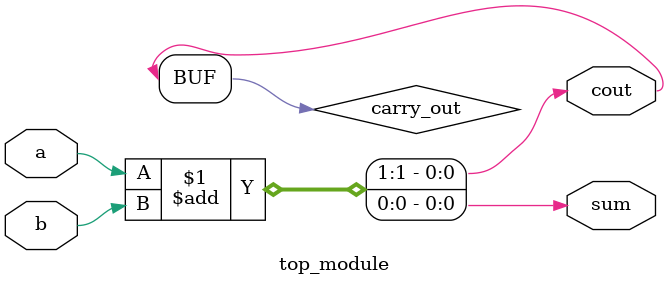
<source format=sv>
module top_module (
  input a,
  input b,
  output sum,
  output cout
);
  
  // Internal signals
  wire carry_out;
  
  // Adder logic
  assign {carry_out, sum} = a + b;
  
  // Carry out assignment
  assign cout = carry_out;
  
endmodule

</source>
